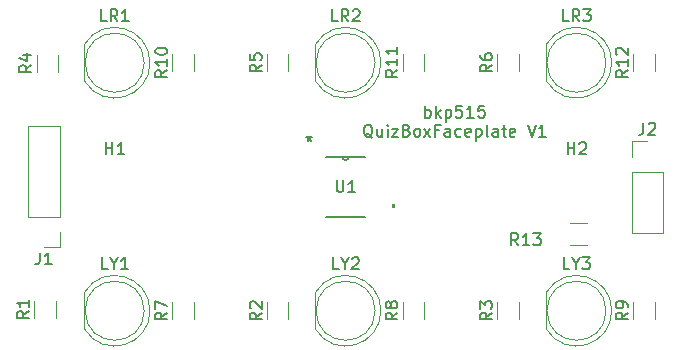
<source format=gbr>
%TF.GenerationSoftware,KiCad,Pcbnew,6.0.11-3.fc37*%
%TF.CreationDate,2023-02-25T11:37:35-07:00*%
%TF.ProjectId,lightPCB,6c696768-7450-4434-922e-6b696361645f,rev?*%
%TF.SameCoordinates,PX69db9c0PY6779420*%
%TF.FileFunction,Legend,Top*%
%TF.FilePolarity,Positive*%
%FSLAX46Y46*%
G04 Gerber Fmt 4.6, Leading zero omitted, Abs format (unit mm)*
G04 Created by KiCad (PCBNEW 6.0.11-3.fc37) date 2023-02-25 11:37:35*
%MOMM*%
%LPD*%
G01*
G04 APERTURE LIST*
%ADD10C,0.150000*%
%ADD11C,0.120000*%
%ADD12C,0.152400*%
G04 APERTURE END LIST*
D10*
X36500000Y20852620D02*
X36500000Y21852620D01*
X36500000Y21471667D02*
X36595238Y21519286D01*
X36785714Y21519286D01*
X36880952Y21471667D01*
X36928571Y21424048D01*
X36976190Y21328810D01*
X36976190Y21043096D01*
X36928571Y20947858D01*
X36880952Y20900239D01*
X36785714Y20852620D01*
X36595238Y20852620D01*
X36500000Y20900239D01*
X37404761Y20852620D02*
X37404761Y21852620D01*
X37500000Y21233572D02*
X37785714Y20852620D01*
X37785714Y21519286D02*
X37404761Y21138334D01*
X38214285Y21519286D02*
X38214285Y20519286D01*
X38214285Y21471667D02*
X38309523Y21519286D01*
X38500000Y21519286D01*
X38595238Y21471667D01*
X38642857Y21424048D01*
X38690476Y21328810D01*
X38690476Y21043096D01*
X38642857Y20947858D01*
X38595238Y20900239D01*
X38500000Y20852620D01*
X38309523Y20852620D01*
X38214285Y20900239D01*
X39595238Y21852620D02*
X39119047Y21852620D01*
X39071428Y21376429D01*
X39119047Y21424048D01*
X39214285Y21471667D01*
X39452380Y21471667D01*
X39547619Y21424048D01*
X39595238Y21376429D01*
X39642857Y21281191D01*
X39642857Y21043096D01*
X39595238Y20947858D01*
X39547619Y20900239D01*
X39452380Y20852620D01*
X39214285Y20852620D01*
X39119047Y20900239D01*
X39071428Y20947858D01*
X40595238Y20852620D02*
X40023809Y20852620D01*
X40309523Y20852620D02*
X40309523Y21852620D01*
X40214285Y21709762D01*
X40119047Y21614524D01*
X40023809Y21566905D01*
X41500000Y21852620D02*
X41023809Y21852620D01*
X40976190Y21376429D01*
X41023809Y21424048D01*
X41119047Y21471667D01*
X41357142Y21471667D01*
X41452380Y21424048D01*
X41500000Y21376429D01*
X41547619Y21281191D01*
X41547619Y21043096D01*
X41500000Y20947858D01*
X41452380Y20900239D01*
X41357142Y20852620D01*
X41119047Y20852620D01*
X41023809Y20900239D01*
X40976190Y20947858D01*
X32023809Y19147381D02*
X31928571Y19195000D01*
X31833333Y19290239D01*
X31690476Y19433096D01*
X31595238Y19480715D01*
X31500000Y19480715D01*
X31547619Y19242620D02*
X31452380Y19290239D01*
X31357142Y19385477D01*
X31309523Y19575953D01*
X31309523Y19909286D01*
X31357142Y20099762D01*
X31452380Y20195000D01*
X31547619Y20242620D01*
X31738095Y20242620D01*
X31833333Y20195000D01*
X31928571Y20099762D01*
X31976190Y19909286D01*
X31976190Y19575953D01*
X31928571Y19385477D01*
X31833333Y19290239D01*
X31738095Y19242620D01*
X31547619Y19242620D01*
X32833333Y19909286D02*
X32833333Y19242620D01*
X32404761Y19909286D02*
X32404761Y19385477D01*
X32452380Y19290239D01*
X32547619Y19242620D01*
X32690476Y19242620D01*
X32785714Y19290239D01*
X32833333Y19337858D01*
X33309523Y19242620D02*
X33309523Y19909286D01*
X33309523Y20242620D02*
X33261904Y20195000D01*
X33309523Y20147381D01*
X33357142Y20195000D01*
X33309523Y20242620D01*
X33309523Y20147381D01*
X33690476Y19909286D02*
X34214285Y19909286D01*
X33690476Y19242620D01*
X34214285Y19242620D01*
X34928571Y19766429D02*
X35071428Y19718810D01*
X35119047Y19671191D01*
X35166666Y19575953D01*
X35166666Y19433096D01*
X35119047Y19337858D01*
X35071428Y19290239D01*
X34976190Y19242620D01*
X34595238Y19242620D01*
X34595238Y20242620D01*
X34928571Y20242620D01*
X35023809Y20195000D01*
X35071428Y20147381D01*
X35119047Y20052143D01*
X35119047Y19956905D01*
X35071428Y19861667D01*
X35023809Y19814048D01*
X34928571Y19766429D01*
X34595238Y19766429D01*
X35738095Y19242620D02*
X35642857Y19290239D01*
X35595238Y19337858D01*
X35547619Y19433096D01*
X35547619Y19718810D01*
X35595238Y19814048D01*
X35642857Y19861667D01*
X35738095Y19909286D01*
X35880952Y19909286D01*
X35976190Y19861667D01*
X36023809Y19814048D01*
X36071428Y19718810D01*
X36071428Y19433096D01*
X36023809Y19337858D01*
X35976190Y19290239D01*
X35880952Y19242620D01*
X35738095Y19242620D01*
X36404761Y19242620D02*
X36928571Y19909286D01*
X36404761Y19909286D02*
X36928571Y19242620D01*
X37642857Y19766429D02*
X37309523Y19766429D01*
X37309523Y19242620D02*
X37309523Y20242620D01*
X37785714Y20242620D01*
X38595238Y19242620D02*
X38595238Y19766429D01*
X38547619Y19861667D01*
X38452380Y19909286D01*
X38261904Y19909286D01*
X38166666Y19861667D01*
X38595238Y19290239D02*
X38500000Y19242620D01*
X38261904Y19242620D01*
X38166666Y19290239D01*
X38119047Y19385477D01*
X38119047Y19480715D01*
X38166666Y19575953D01*
X38261904Y19623572D01*
X38500000Y19623572D01*
X38595238Y19671191D01*
X39500000Y19290239D02*
X39404761Y19242620D01*
X39214285Y19242620D01*
X39119047Y19290239D01*
X39071428Y19337858D01*
X39023809Y19433096D01*
X39023809Y19718810D01*
X39071428Y19814048D01*
X39119047Y19861667D01*
X39214285Y19909286D01*
X39404761Y19909286D01*
X39500000Y19861667D01*
X40309523Y19290239D02*
X40214285Y19242620D01*
X40023809Y19242620D01*
X39928571Y19290239D01*
X39880952Y19385477D01*
X39880952Y19766429D01*
X39928571Y19861667D01*
X40023809Y19909286D01*
X40214285Y19909286D01*
X40309523Y19861667D01*
X40357142Y19766429D01*
X40357142Y19671191D01*
X39880952Y19575953D01*
X40785714Y19909286D02*
X40785714Y18909286D01*
X40785714Y19861667D02*
X40880952Y19909286D01*
X41071428Y19909286D01*
X41166666Y19861667D01*
X41214285Y19814048D01*
X41261904Y19718810D01*
X41261904Y19433096D01*
X41214285Y19337858D01*
X41166666Y19290239D01*
X41071428Y19242620D01*
X40880952Y19242620D01*
X40785714Y19290239D01*
X41833333Y19242620D02*
X41738095Y19290239D01*
X41690476Y19385477D01*
X41690476Y20242620D01*
X42642857Y19242620D02*
X42642857Y19766429D01*
X42595238Y19861667D01*
X42500000Y19909286D01*
X42309523Y19909286D01*
X42214285Y19861667D01*
X42642857Y19290239D02*
X42547619Y19242620D01*
X42309523Y19242620D01*
X42214285Y19290239D01*
X42166666Y19385477D01*
X42166666Y19480715D01*
X42214285Y19575953D01*
X42309523Y19623572D01*
X42547619Y19623572D01*
X42642857Y19671191D01*
X42976190Y19909286D02*
X43357142Y19909286D01*
X43119047Y20242620D02*
X43119047Y19385477D01*
X43166666Y19290239D01*
X43261904Y19242620D01*
X43357142Y19242620D01*
X44071428Y19290239D02*
X43976190Y19242620D01*
X43785714Y19242620D01*
X43690476Y19290239D01*
X43642857Y19385477D01*
X43642857Y19766429D01*
X43690476Y19861667D01*
X43785714Y19909286D01*
X43976190Y19909286D01*
X44071428Y19861667D01*
X44119047Y19766429D01*
X44119047Y19671191D01*
X43642857Y19575953D01*
X45166666Y20242620D02*
X45500000Y19242620D01*
X45833333Y20242620D01*
X46690476Y19242620D02*
X46119047Y19242620D01*
X46404761Y19242620D02*
X46404761Y20242620D01*
X46309523Y20099762D01*
X46214285Y20004524D01*
X46119047Y19956905D01*
%TO.C,R12*%
X53632380Y24857143D02*
X53156190Y24523810D01*
X53632380Y24285715D02*
X52632380Y24285715D01*
X52632380Y24666667D01*
X52680000Y24761905D01*
X52727619Y24809524D01*
X52822857Y24857143D01*
X52965714Y24857143D01*
X53060952Y24809524D01*
X53108571Y24761905D01*
X53156190Y24666667D01*
X53156190Y24285715D01*
X53632380Y25809524D02*
X53632380Y25238096D01*
X53632380Y25523810D02*
X52632380Y25523810D01*
X52775238Y25428572D01*
X52870476Y25333334D01*
X52918095Y25238096D01*
X52727619Y26190477D02*
X52680000Y26238096D01*
X52632380Y26333334D01*
X52632380Y26571429D01*
X52680000Y26666667D01*
X52727619Y26714286D01*
X52822857Y26761905D01*
X52918095Y26761905D01*
X53060952Y26714286D01*
X53632380Y26142858D01*
X53632380Y26761905D01*
%TO.C,LY2*%
X29149729Y8007620D02*
X28673539Y8007620D01*
X28673539Y9007620D01*
X29673539Y8483810D02*
X29673539Y8007620D01*
X29340206Y9007620D02*
X29673539Y8483810D01*
X30006872Y9007620D01*
X30292587Y8912381D02*
X30340206Y8960000D01*
X30435444Y9007620D01*
X30673539Y9007620D01*
X30768777Y8960000D01*
X30816396Y8912381D01*
X30864015Y8817143D01*
X30864015Y8721905D01*
X30816396Y8579048D01*
X30244968Y8007620D01*
X30864015Y8007620D01*
%TO.C,R9*%
X53632380Y4333334D02*
X53156190Y4000000D01*
X53632380Y3761905D02*
X52632380Y3761905D01*
X52632380Y4142858D01*
X52680000Y4238096D01*
X52727619Y4285715D01*
X52822857Y4333334D01*
X52965714Y4333334D01*
X53060952Y4285715D01*
X53108571Y4238096D01*
X53156190Y4142858D01*
X53156190Y3761905D01*
X53632380Y4809524D02*
X53632380Y5000000D01*
X53584761Y5095239D01*
X53537142Y5142858D01*
X53394285Y5238096D01*
X53203809Y5285715D01*
X52822857Y5285715D01*
X52727619Y5238096D01*
X52680000Y5190477D01*
X52632380Y5095239D01*
X52632380Y4904762D01*
X52680000Y4809524D01*
X52727619Y4761905D01*
X52822857Y4714286D01*
X53060952Y4714286D01*
X53156190Y4761905D01*
X53203809Y4809524D01*
X53251428Y4904762D01*
X53251428Y5095239D01*
X53203809Y5190477D01*
X53156190Y5238096D01*
X53060952Y5285715D01*
%TO.C,R1*%
X2932380Y4470834D02*
X2456190Y4137500D01*
X2932380Y3899405D02*
X1932380Y3899405D01*
X1932380Y4280358D01*
X1980000Y4375596D01*
X2027619Y4423215D01*
X2122857Y4470834D01*
X2265714Y4470834D01*
X2360952Y4423215D01*
X2408571Y4375596D01*
X2456190Y4280358D01*
X2456190Y3899405D01*
X2932380Y5423215D02*
X2932380Y4851786D01*
X2932380Y5137500D02*
X1932380Y5137500D01*
X2075238Y5042262D01*
X2170476Y4947024D01*
X2218095Y4851786D01*
%TO.C,LR2*%
X29078301Y29007620D02*
X28602110Y29007620D01*
X28602110Y30007620D01*
X29983063Y29007620D02*
X29649729Y29483810D01*
X29411634Y29007620D02*
X29411634Y30007620D01*
X29792587Y30007620D01*
X29887825Y29960000D01*
X29935444Y29912381D01*
X29983063Y29817143D01*
X29983063Y29674286D01*
X29935444Y29579048D01*
X29887825Y29531429D01*
X29792587Y29483810D01*
X29411634Y29483810D01*
X30364015Y29912381D02*
X30411634Y29960000D01*
X30506872Y30007620D01*
X30744968Y30007620D01*
X30840206Y29960000D01*
X30887825Y29912381D01*
X30935444Y29817143D01*
X30935444Y29721905D01*
X30887825Y29579048D01*
X30316396Y29007620D01*
X30935444Y29007620D01*
%TO.C,H1*%
X9438063Y17747620D02*
X9438063Y18747620D01*
X9438063Y18271429D02*
X10009491Y18271429D01*
X10009491Y17747620D02*
X10009491Y18747620D01*
X11009491Y17747620D02*
X10438063Y17747620D01*
X10723777Y17747620D02*
X10723777Y18747620D01*
X10628539Y18604762D01*
X10533301Y18509524D01*
X10438063Y18461905D01*
%TO.C,J2*%
X54966634Y20402620D02*
X54966634Y19688334D01*
X54919015Y19545477D01*
X54823777Y19450239D01*
X54680920Y19402620D01*
X54585682Y19402620D01*
X55395206Y20307381D02*
X55442825Y20355000D01*
X55538063Y20402620D01*
X55776158Y20402620D01*
X55871396Y20355000D01*
X55919015Y20307381D01*
X55966634Y20212143D01*
X55966634Y20116905D01*
X55919015Y19974048D01*
X55347587Y19402620D01*
X55966634Y19402620D01*
%TO.C,R11*%
X34132380Y24894643D02*
X33656190Y24561310D01*
X34132380Y24323215D02*
X33132380Y24323215D01*
X33132380Y24704167D01*
X33180000Y24799405D01*
X33227619Y24847024D01*
X33322857Y24894643D01*
X33465714Y24894643D01*
X33560952Y24847024D01*
X33608571Y24799405D01*
X33656190Y24704167D01*
X33656190Y24323215D01*
X34132380Y25847024D02*
X34132380Y25275596D01*
X34132380Y25561310D02*
X33132380Y25561310D01*
X33275238Y25466072D01*
X33370476Y25370834D01*
X33418095Y25275596D01*
X34132380Y26799405D02*
X34132380Y26227977D01*
X34132380Y26513691D02*
X33132380Y26513691D01*
X33275238Y26418453D01*
X33370476Y26323215D01*
X33418095Y26227977D01*
%TO.C,R7*%
X14632380Y4333334D02*
X14156190Y4000000D01*
X14632380Y3761905D02*
X13632380Y3761905D01*
X13632380Y4142858D01*
X13680000Y4238096D01*
X13727619Y4285715D01*
X13822857Y4333334D01*
X13965714Y4333334D01*
X14060952Y4285715D01*
X14108571Y4238096D01*
X14156190Y4142858D01*
X14156190Y3761905D01*
X13632380Y4666667D02*
X13632380Y5333334D01*
X14632380Y4904762D01*
%TO.C,LR3*%
X48628301Y29007620D02*
X48152110Y29007620D01*
X48152110Y30007620D01*
X49533063Y29007620D02*
X49199729Y29483810D01*
X48961634Y29007620D02*
X48961634Y30007620D01*
X49342587Y30007620D01*
X49437825Y29960000D01*
X49485444Y29912381D01*
X49533063Y29817143D01*
X49533063Y29674286D01*
X49485444Y29579048D01*
X49437825Y29531429D01*
X49342587Y29483810D01*
X48961634Y29483810D01*
X49866396Y30007620D02*
X50485444Y30007620D01*
X50152110Y29626667D01*
X50294968Y29626667D01*
X50390206Y29579048D01*
X50437825Y29531429D01*
X50485444Y29436191D01*
X50485444Y29198096D01*
X50437825Y29102858D01*
X50390206Y29055239D01*
X50294968Y29007620D01*
X50009253Y29007620D01*
X49914015Y29055239D01*
X49866396Y29102858D01*
%TO.C,R10*%
X14632380Y24857143D02*
X14156190Y24523810D01*
X14632380Y24285715D02*
X13632380Y24285715D01*
X13632380Y24666667D01*
X13680000Y24761905D01*
X13727619Y24809524D01*
X13822857Y24857143D01*
X13965714Y24857143D01*
X14060952Y24809524D01*
X14108571Y24761905D01*
X14156190Y24666667D01*
X14156190Y24285715D01*
X14632380Y25809524D02*
X14632380Y25238096D01*
X14632380Y25523810D02*
X13632380Y25523810D01*
X13775238Y25428572D01*
X13870476Y25333334D01*
X13918095Y25238096D01*
X13632380Y26428572D02*
X13632380Y26523810D01*
X13680000Y26619048D01*
X13727619Y26666667D01*
X13822857Y26714286D01*
X14013333Y26761905D01*
X14251428Y26761905D01*
X14441904Y26714286D01*
X14537142Y26666667D01*
X14584761Y26619048D01*
X14632380Y26523810D01*
X14632380Y26428572D01*
X14584761Y26333334D01*
X14537142Y26285715D01*
X14441904Y26238096D01*
X14251428Y26190477D01*
X14013333Y26190477D01*
X13822857Y26238096D01*
X13727619Y26285715D01*
X13680000Y26333334D01*
X13632380Y26428572D01*
%TO.C,R4*%
X3132380Y25283334D02*
X2656190Y24950000D01*
X3132380Y24711905D02*
X2132380Y24711905D01*
X2132380Y25092858D01*
X2180000Y25188096D01*
X2227619Y25235715D01*
X2322857Y25283334D01*
X2465714Y25283334D01*
X2560952Y25235715D01*
X2608571Y25188096D01*
X2656190Y25092858D01*
X2656190Y24711905D01*
X2465714Y26140477D02*
X3132380Y26140477D01*
X2084761Y25902381D02*
X2799047Y25664286D01*
X2799047Y26283334D01*
%TO.C,LR1*%
X9528301Y29007620D02*
X9052110Y29007620D01*
X9052110Y30007620D01*
X10433063Y29007620D02*
X10099729Y29483810D01*
X9861634Y29007620D02*
X9861634Y30007620D01*
X10242587Y30007620D01*
X10337825Y29960000D01*
X10385444Y29912381D01*
X10433063Y29817143D01*
X10433063Y29674286D01*
X10385444Y29579048D01*
X10337825Y29531429D01*
X10242587Y29483810D01*
X9861634Y29483810D01*
X11385444Y29007620D02*
X10814015Y29007620D01*
X11099729Y29007620D02*
X11099729Y30007620D01*
X11004491Y29864762D01*
X10909253Y29769524D01*
X10814015Y29721905D01*
%TO.C,R5*%
X22632380Y25333334D02*
X22156190Y25000000D01*
X22632380Y24761905D02*
X21632380Y24761905D01*
X21632380Y25142858D01*
X21680000Y25238096D01*
X21727619Y25285715D01*
X21822857Y25333334D01*
X21965714Y25333334D01*
X22060952Y25285715D01*
X22108571Y25238096D01*
X22156190Y25142858D01*
X22156190Y24761905D01*
X21632380Y26238096D02*
X21632380Y25761905D01*
X22108571Y25714286D01*
X22060952Y25761905D01*
X22013333Y25857143D01*
X22013333Y26095239D01*
X22060952Y26190477D01*
X22108571Y26238096D01*
X22203809Y26285715D01*
X22441904Y26285715D01*
X22537142Y26238096D01*
X22584761Y26190477D01*
X22632380Y26095239D01*
X22632380Y25857143D01*
X22584761Y25761905D01*
X22537142Y25714286D01*
%TO.C,H2*%
X48538063Y17747620D02*
X48538063Y18747620D01*
X48538063Y18271429D02*
X49109491Y18271429D01*
X49109491Y17747620D02*
X49109491Y18747620D01*
X49538063Y18652381D02*
X49585682Y18700000D01*
X49680920Y18747620D01*
X49919015Y18747620D01*
X50014253Y18700000D01*
X50061872Y18652381D01*
X50109491Y18557143D01*
X50109491Y18461905D01*
X50061872Y18319048D01*
X49490444Y17747620D01*
X50109491Y17747620D01*
%TO.C,R13*%
X44357142Y10047620D02*
X44023809Y10523810D01*
X43785714Y10047620D02*
X43785714Y11047620D01*
X44166666Y11047620D01*
X44261904Y11000000D01*
X44309523Y10952381D01*
X44357142Y10857143D01*
X44357142Y10714286D01*
X44309523Y10619048D01*
X44261904Y10571429D01*
X44166666Y10523810D01*
X43785714Y10523810D01*
X45309523Y10047620D02*
X44738095Y10047620D01*
X45023809Y10047620D02*
X45023809Y11047620D01*
X44928571Y10904762D01*
X44833333Y10809524D01*
X44738095Y10761905D01*
X45642857Y11047620D02*
X46261904Y11047620D01*
X45928571Y10666667D01*
X46071428Y10666667D01*
X46166666Y10619048D01*
X46214285Y10571429D01*
X46261904Y10476191D01*
X46261904Y10238096D01*
X46214285Y10142858D01*
X46166666Y10095239D01*
X46071428Y10047620D01*
X45785714Y10047620D01*
X45690476Y10095239D01*
X45642857Y10142858D01*
%TO.C,R3*%
X42132380Y4333334D02*
X41656190Y4000000D01*
X42132380Y3761905D02*
X41132380Y3761905D01*
X41132380Y4142858D01*
X41180000Y4238096D01*
X41227619Y4285715D01*
X41322857Y4333334D01*
X41465714Y4333334D01*
X41560952Y4285715D01*
X41608571Y4238096D01*
X41656190Y4142858D01*
X41656190Y3761905D01*
X41132380Y4666667D02*
X41132380Y5285715D01*
X41513333Y4952381D01*
X41513333Y5095239D01*
X41560952Y5190477D01*
X41608571Y5238096D01*
X41703809Y5285715D01*
X41941904Y5285715D01*
X42037142Y5238096D01*
X42084761Y5190477D01*
X42132380Y5095239D01*
X42132380Y4809524D01*
X42084761Y4714286D01*
X42037142Y4666667D01*
%TO.C,J1*%
X3866634Y9417620D02*
X3866634Y8703334D01*
X3819015Y8560477D01*
X3723777Y8465239D01*
X3580920Y8417620D01*
X3485682Y8417620D01*
X4866634Y8417620D02*
X4295206Y8417620D01*
X4580920Y8417620D02*
X4580920Y9417620D01*
X4485682Y9274762D01*
X4390444Y9179524D01*
X4295206Y9131905D01*
%TO.C,R2*%
X22632380Y4333334D02*
X22156190Y4000000D01*
X22632380Y3761905D02*
X21632380Y3761905D01*
X21632380Y4142858D01*
X21680000Y4238096D01*
X21727619Y4285715D01*
X21822857Y4333334D01*
X21965714Y4333334D01*
X22060952Y4285715D01*
X22108571Y4238096D01*
X22156190Y4142858D01*
X22156190Y3761905D01*
X21727619Y4714286D02*
X21680000Y4761905D01*
X21632380Y4857143D01*
X21632380Y5095239D01*
X21680000Y5190477D01*
X21727619Y5238096D01*
X21822857Y5285715D01*
X21918095Y5285715D01*
X22060952Y5238096D01*
X22632380Y4666667D01*
X22632380Y5285715D01*
%TO.C,U1*%
X28983063Y15547620D02*
X28983063Y14738096D01*
X29030682Y14642858D01*
X29078301Y14595239D01*
X29173539Y14547620D01*
X29364015Y14547620D01*
X29459253Y14595239D01*
X29506872Y14642858D01*
X29554491Y14738096D01*
X29554491Y15547620D01*
X30554491Y14547620D02*
X29983063Y14547620D01*
X30268777Y14547620D02*
X30268777Y15547620D01*
X30173539Y15404762D01*
X30078301Y15309524D01*
X29983063Y15261905D01*
X26671568Y19321221D02*
X26671568Y19083125D01*
X26433472Y19178363D02*
X26671568Y19083125D01*
X26909663Y19178363D01*
X26528710Y18892649D02*
X26671568Y19083125D01*
X26814425Y18892649D01*
X26671568Y19321221D02*
X26671568Y19083125D01*
X26433472Y19178363D02*
X26671568Y19083125D01*
X26909663Y19178363D01*
X26528710Y18892649D02*
X26671568Y19083125D01*
X26814425Y18892649D01*
%TO.C,R6*%
X42132380Y25333334D02*
X41656190Y25000000D01*
X42132380Y24761905D02*
X41132380Y24761905D01*
X41132380Y25142858D01*
X41180000Y25238096D01*
X41227619Y25285715D01*
X41322857Y25333334D01*
X41465714Y25333334D01*
X41560952Y25285715D01*
X41608571Y25238096D01*
X41656190Y25142858D01*
X41656190Y24761905D01*
X41132380Y26190477D02*
X41132380Y26000000D01*
X41180000Y25904762D01*
X41227619Y25857143D01*
X41370476Y25761905D01*
X41560952Y25714286D01*
X41941904Y25714286D01*
X42037142Y25761905D01*
X42084761Y25809524D01*
X42132380Y25904762D01*
X42132380Y26095239D01*
X42084761Y26190477D01*
X42037142Y26238096D01*
X41941904Y26285715D01*
X41703809Y26285715D01*
X41608571Y26238096D01*
X41560952Y26190477D01*
X41513333Y26095239D01*
X41513333Y25904762D01*
X41560952Y25809524D01*
X41608571Y25761905D01*
X41703809Y25714286D01*
%TO.C,LY3*%
X48699729Y8007620D02*
X48223539Y8007620D01*
X48223539Y9007620D01*
X49223539Y8483810D02*
X49223539Y8007620D01*
X48890206Y9007620D02*
X49223539Y8483810D01*
X49556872Y9007620D01*
X49794968Y9007620D02*
X50414015Y9007620D01*
X50080682Y8626667D01*
X50223539Y8626667D01*
X50318777Y8579048D01*
X50366396Y8531429D01*
X50414015Y8436191D01*
X50414015Y8198096D01*
X50366396Y8102858D01*
X50318777Y8055239D01*
X50223539Y8007620D01*
X49937825Y8007620D01*
X49842587Y8055239D01*
X49794968Y8102858D01*
%TO.C,R8*%
X34132380Y4333334D02*
X33656190Y4000000D01*
X34132380Y3761905D02*
X33132380Y3761905D01*
X33132380Y4142858D01*
X33180000Y4238096D01*
X33227619Y4285715D01*
X33322857Y4333334D01*
X33465714Y4333334D01*
X33560952Y4285715D01*
X33608571Y4238096D01*
X33656190Y4142858D01*
X33656190Y3761905D01*
X33560952Y4904762D02*
X33513333Y4809524D01*
X33465714Y4761905D01*
X33370476Y4714286D01*
X33322857Y4714286D01*
X33227619Y4761905D01*
X33180000Y4809524D01*
X33132380Y4904762D01*
X33132380Y5095239D01*
X33180000Y5190477D01*
X33227619Y5238096D01*
X33322857Y5285715D01*
X33370476Y5285715D01*
X33465714Y5238096D01*
X33513333Y5190477D01*
X33560952Y5095239D01*
X33560952Y4904762D01*
X33608571Y4809524D01*
X33656190Y4761905D01*
X33751428Y4714286D01*
X33941904Y4714286D01*
X34037142Y4761905D01*
X34084761Y4809524D01*
X34132380Y4904762D01*
X34132380Y5095239D01*
X34084761Y5190477D01*
X34037142Y5238096D01*
X33941904Y5285715D01*
X33751428Y5285715D01*
X33656190Y5238096D01*
X33608571Y5190477D01*
X33560952Y5095239D01*
%TO.C,LY1*%
X9599729Y8007620D02*
X9123539Y8007620D01*
X9123539Y9007620D01*
X10123539Y8483810D02*
X10123539Y8007620D01*
X9790206Y9007620D02*
X10123539Y8483810D01*
X10456872Y9007620D01*
X11314015Y8007620D02*
X10742587Y8007620D01*
X11028301Y8007620D02*
X11028301Y9007620D01*
X10933063Y8864762D01*
X10837825Y8769524D01*
X10742587Y8721905D01*
D11*
%TO.C,R12*%
X55910000Y24772936D02*
X55910000Y26227064D01*
X54090000Y24772936D02*
X54090000Y26227064D01*
%TO.C,LY2*%
X27184968Y6045000D02*
X27184968Y2955000D01*
X32734968Y4499538D02*
G75*
G03*
X27184968Y6044830I-2990000J462D01*
G01*
X27184968Y2955170D02*
G75*
G03*
X32734968Y4500462I2560000J1544830D01*
G01*
X32244968Y4500000D02*
G75*
G03*
X32244968Y4500000I-2500000J0D01*
G01*
%TO.C,R9*%
X55910000Y3772936D02*
X55910000Y5227064D01*
X54090000Y3772936D02*
X54090000Y5227064D01*
%TO.C,R1*%
X3390000Y3910436D02*
X3390000Y5364564D01*
X5210000Y3910436D02*
X5210000Y5364564D01*
%TO.C,LR2*%
X27184968Y27045000D02*
X27184968Y23955000D01*
X32734968Y25499538D02*
G75*
G03*
X27184968Y27044830I-2990000J462D01*
G01*
X27184968Y23955170D02*
G75*
G03*
X32734968Y25500462I2560000J1544830D01*
G01*
X32244968Y25500000D02*
G75*
G03*
X32244968Y25500000I-2500000J0D01*
G01*
%TO.C,J2*%
X53969968Y18855000D02*
X55299968Y18855000D01*
X53969968Y11115000D02*
X56629968Y11115000D01*
X56629968Y16255000D02*
X56629968Y11115000D01*
X53969968Y16255000D02*
X53969968Y11115000D01*
X53969968Y17525000D02*
X53969968Y18855000D01*
X53969968Y16255000D02*
X56629968Y16255000D01*
%TO.C,R11*%
X36410000Y24810436D02*
X36410000Y26264564D01*
X34590000Y24810436D02*
X34590000Y26264564D01*
%TO.C,R7*%
X16910000Y3772936D02*
X16910000Y5227064D01*
X15090000Y3772936D02*
X15090000Y5227064D01*
%TO.C,LR3*%
X46734968Y27045000D02*
X46734968Y23955000D01*
X46734968Y23955170D02*
G75*
G03*
X52284968Y25500462I2560000J1544830D01*
G01*
X52284968Y25499538D02*
G75*
G03*
X46734968Y27044830I-2990000J462D01*
G01*
X51794968Y25500000D02*
G75*
G03*
X51794968Y25500000I-2500000J0D01*
G01*
%TO.C,R10*%
X16910000Y24772936D02*
X16910000Y26227064D01*
X15090000Y24772936D02*
X15090000Y26227064D01*
%TO.C,R4*%
X3590000Y24722936D02*
X3590000Y26177064D01*
X5410000Y24722936D02*
X5410000Y26177064D01*
%TO.C,LR1*%
X7634968Y27045000D02*
X7634968Y23955000D01*
X13184968Y25499538D02*
G75*
G03*
X7634968Y27044830I-2990000J462D01*
G01*
X7634968Y23955170D02*
G75*
G03*
X13184968Y25500462I2560000J1544830D01*
G01*
X12694968Y25500000D02*
G75*
G03*
X12694968Y25500000I-2500000J0D01*
G01*
%TO.C,R5*%
X24910000Y24772936D02*
X24910000Y26227064D01*
X23090000Y24772936D02*
X23090000Y26227064D01*
%TO.C,R13*%
X50227064Y11910000D02*
X48772936Y11910000D01*
X50227064Y10090000D02*
X48772936Y10090000D01*
%TO.C,R3*%
X44410000Y3772936D02*
X44410000Y5227064D01*
X42590000Y3772936D02*
X42590000Y5227064D01*
%TO.C,J1*%
X2869968Y12470000D02*
X2869968Y20150000D01*
X5529968Y12470000D02*
X5529968Y20150000D01*
X5529968Y9870000D02*
X4199968Y9870000D01*
X5529968Y11200000D02*
X5529968Y9870000D01*
X5529968Y20150000D02*
X2869968Y20150000D01*
X5529968Y12470000D02*
X2869968Y12470000D01*
%TO.C,R2*%
X23090000Y3772936D02*
X23090000Y5227064D01*
X24910000Y3772936D02*
X24910000Y5227064D01*
D12*
%TO.C,U1*%
X28081157Y12447300D02*
X31408779Y12447300D01*
X31408779Y17552700D02*
X28081157Y17552700D01*
X29440168Y17552700D02*
G75*
G03*
X30049768Y17552700I304800J0D01*
G01*
G36*
X33910568Y13184499D02*
G01*
X33656568Y13184499D01*
X33656568Y13565499D01*
X33910568Y13565499D01*
X33910568Y13184499D01*
G37*
D11*
%TO.C,R6*%
X42590000Y24772936D02*
X42590000Y26227064D01*
X44410000Y24772936D02*
X44410000Y26227064D01*
%TO.C,LY3*%
X46734968Y6045000D02*
X46734968Y2955000D01*
X52284968Y4499538D02*
G75*
G03*
X46734968Y6044830I-2990000J462D01*
G01*
X46734968Y2955170D02*
G75*
G03*
X52284968Y4500462I2560000J1544830D01*
G01*
X51794968Y4500000D02*
G75*
G03*
X51794968Y4500000I-2500000J0D01*
G01*
%TO.C,R8*%
X36410000Y3772936D02*
X36410000Y5227064D01*
X34590000Y3772936D02*
X34590000Y5227064D01*
%TO.C,LY1*%
X7634968Y6045000D02*
X7634968Y2955000D01*
X7634968Y2955170D02*
G75*
G03*
X13184968Y4500462I2560000J1544830D01*
G01*
X13184968Y4499538D02*
G75*
G03*
X7634968Y6044830I-2990000J462D01*
G01*
X12694968Y4500000D02*
G75*
G03*
X12694968Y4500000I-2500000J0D01*
G01*
%TD*%
M02*

</source>
